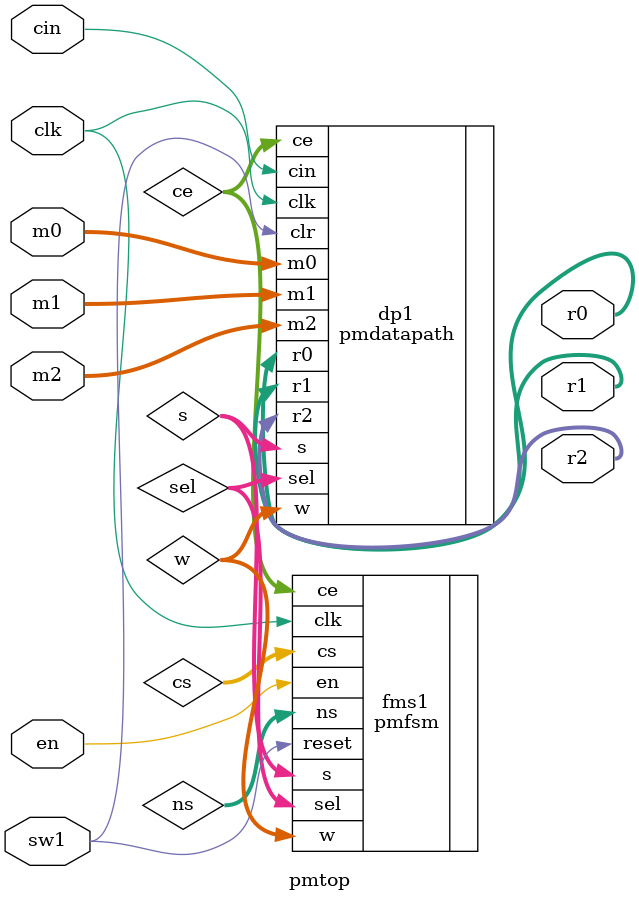
<source format=v>
`timescale 1ns / 1ps


module pmtop(en,sw1,clk,m0,m1,m2,cin,r0,r1,r2);

    input sw1,clk,cin,en;
    input [3:0] m0,m1,m2;
    output [3:0] r0,r1,r2;
    
    wire [1:0] sel;
    wire [2:0] w, s;
    wire [3:0] ce;
    wire [2:0] cs,ns;
    
    pmfsm fms1(.s(s),.reset(sw1),.clk(clk),.w(w),.ce(ce),.sel(sel),.en(en),.cs(cs),.ns(ns));
    pmdatapath dp1(.m0(m0),.m1(m1),.m2(m2),.cin(cin),.clr(sw1),.w(w),.ce(ce),.sel(sel),.s(s),.clk(clk),.r0(r0),.r1(r1),.r2(r2));

endmodule

</source>
